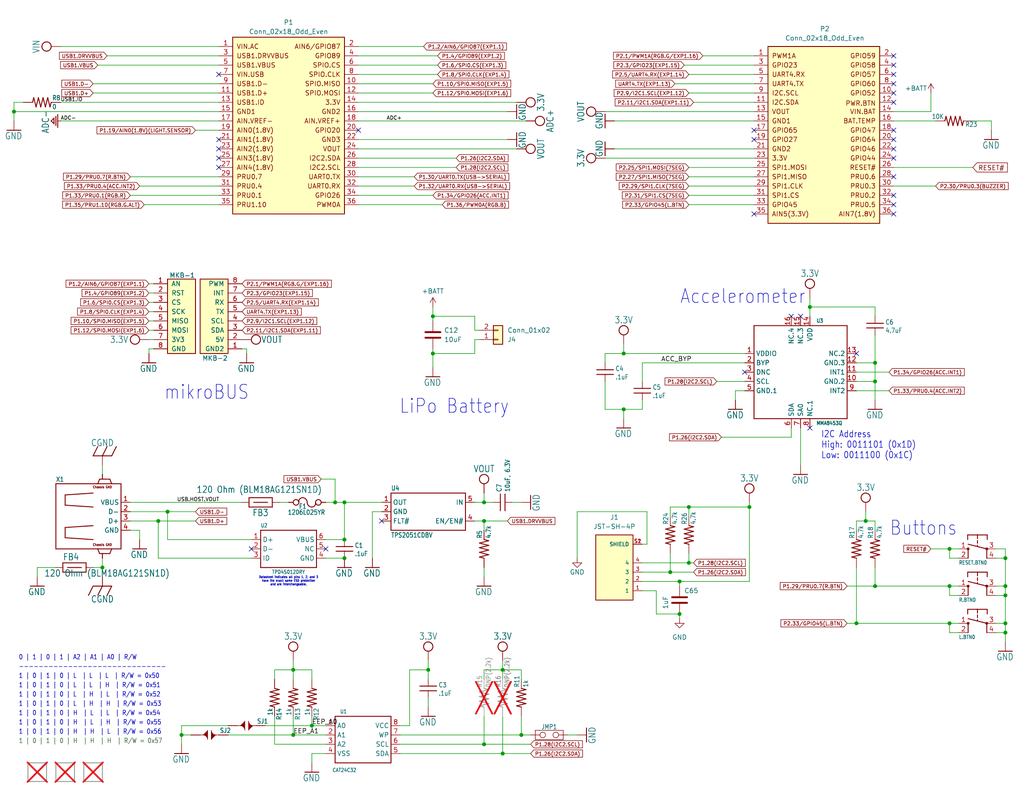
<source format=kicad_sch>
(kicad_sch (version 20250114) (generator "eeschema") (generator_version "9.0")
  (paper "A")
  (title_block (title "PocketBeagle TechLab") (rev "A5") (company "BeagleBoard.org Foundation"))
  (text "Accelerometer" (at 202.692 83.312 0) (effects (font (size 3.81 3.2385)) (justify bottom)))
  (text "Buttons" (at 251.968 146.558 0) (effects (font (size 3.81 3.2385)) (justify bottom)))
  (text "1 | 0 | 1 | 0 | H  | L  | L  | R/W = 0x54" (at 5.08 195.58 0) (effects (font (size 1.27 1.0795)) (justify left bottom)))
  (text "1 | 0 | 1 | 0 | L  | H  | H  | R/W = 0x53" (at 5.08 193.04 0) (effects (font (size 1.27 1.0795)) (justify left bottom)))
  (text "1 | 0 | 1 | 0 | H  | H  | H  | R/W = 0x57" (at 5.08 203.2 0) (effects (font (size 1.27 1.0795)) (justify left bottom)))
  (text "LiPo Battery" (at 123.952 113.284 0) (effects (font (size 3.81 3.2385)) (justify bottom)))
  (text "I2C Address\nHigh: 0011101 (0x1D)\nLow: 0011100 (0x1C)" (at 224.028 125.476 0) (effects (font (size 1.778 1.5113)) (justify left bottom)))
  (text "mikroBUS" (at 56.388 109.474 0) (effects (font (size 3.81 3.2385)) (justify bottom)))
  (text "1 | 0 | 1 | 0 | H  | H  | L  | R/W = 0x56" (at 5.08 200.66 0) (effects (font (size 1.27 1.0795)) (justify left bottom)))
  (text "1 | 0 | 1 | 0 | H  | L  | H  | R/W = 0x55" (at 5.08 198.12 0) (effects (font (size 1.27 1.0795)) (justify left bottom)))
  (text "0 | 1 | 0 | 1 | A2 | A1 | A0 | R/W" (at 5.08 180.34 0) (effects (font (size 1.27 1.0795)) (justify left bottom)))
  (text "1 | 0 | 1 | 0 | L  | L  | L  | R/W = 0x50" (at 5.08 185.42 0) (effects (font (size 1.27 1.0795)) (justify left bottom)))
  (text "1 | 0 | 1 | 0 | L  | L  | H  | R/W = 0x51" (at 5.08 187.96 0) (effects (font (size 1.27 1.0795)) (justify left bottom)))
  (text "1 | 0 | 1 | 0 | L  | H  | L  | R/W = 0x52" (at 5.08 190.5 0) (effects (font (size 1.27 1.0795)) (justify left bottom)))
  (text "Datasheet indicates all pins 1, 2, and 3\nhave the exact same ESD protection\nand are interchangeable." (at 78.74 158.75 0) (effects (font (size 0.6096 0.5181))))
  (text "------------------------------" (at 5.08 182.88 0) (effects (font (size 1.27 1.0795)) (justify left bottom)))
  (junction (at 238.76 104.14))
  (junction (at 27.94 154.94))
  (junction (at 182.88 156.21))
  (junction (at 132.08 142.24))
  (junction (at 43.18 142.24))
  (junction (at 80.01 182.88))
  (junction (at 238.76 99.06))
  (junction (at 80.01 200.66))
  (junction (at 274.32 170.18))
  (junction (at 93.98 137.16))
  (junction (at 259.08 160.02))
  (junction (at 236.22 142.24))
  (junction (at 233.68 170.18))
  (junction (at 3.81 30.48))
  (junction (at 274.32 160.02))
  (junction (at 142.24 200.66))
  (junction (at 274.32 152.4))
  (junction (at 274.32 172.72))
  (junction (at 118.11 96.52))
  (junction (at 137.16 205.74))
  (junction (at 170.18 111.76))
  (junction (at 137.16 182.88))
  (junction (at 220.98 83.82))
  (junction (at 204.47 138.43))
  (junction (at 132.08 203.2))
  (junction (at 91.44 137.16))
  (junction (at 93.98 147.32))
  (junction (at 185.42 158.75))
  (junction (at 116.84 182.88))
  (junction (at 185.42 167.64))
  (junction (at 118.11 86.36))
  (junction (at 187.96 138.43))
  (junction (at 49.53 200.66))
  (junction (at 170.18 96.52))
  (junction (at 259.08 170.18))
  (junction (at 259.08 149.86))
  (junction (at 85.09 198.12))
  (junction (at 93.98 152.4))
  (junction (at 45.72 139.7))
  (junction (at 187.96 153.67))
  (junction (at 238.76 160.02))
  (junction (at 274.32 162.56))
  (junction (at 132.08 137.16))
  (no_connect (at 243.84 40.64))
  (no_connect (at 59.69 43.18))
  (no_connect (at 243.84 25.4))
  (no_connect (at 205.74 58.42))
  (no_connect (at 243.84 55.88))
  (no_connect (at 59.69 45.72))
  (no_connect (at 243.84 48.26))
  (no_connect (at 203.2 101.6))
  (no_connect (at 88.9 149.86))
  (no_connect (at 243.84 15.24))
  (no_connect (at 104.14 142.24))
  (no_connect (at 243.84 43.18))
  (no_connect (at 243.84 22.86))
  (no_connect (at 243.84 58.42))
  (no_connect (at 205.74 38.1))
  (no_connect (at 59.69 40.64))
  (no_connect (at 243.84 53.34))
  (no_connect (at 59.69 20.32))
  (no_connect (at 243.84 20.32))
  (no_connect (at 233.68 96.52))
  (no_connect (at 68.58 149.86))
  (no_connect (at 220.98 116.84))
  (no_connect (at 243.84 17.78))
  (no_connect (at 205.74 35.56))
  (no_connect (at 97.79 35.56))
  (no_connect (at 59.69 38.1))
  (no_connect (at 243.84 27.94))
  (no_connect (at 243.84 38.1))
  (no_connect (at 215.9 86.36))
  (no_connect (at 243.84 35.56))
  (no_connect (at 218.44 86.36))
  (wire (pts (xy 185.42 160.02) (xy 185.42 158.75)))
  (wire (pts (xy 203.2 96.52) (xy 170.18 96.52)) (stroke (width 0.1524)))
  (wire (pts (xy 132.08 142.24) (xy 129.54 142.24)) (stroke (width 0.1524)))
  (wire (pts (xy 25.4 154.94) (xy 27.94 154.94)) (stroke (width 0.1524)))
  (wire (pts (xy 179.07 167.64) (xy 179.07 161.29)))
  (wire (pts (xy 231.14 160.02) (xy 238.76 160.02)) (stroke (width 0.1524)))
  (wire (pts (xy 274.32 170.18) (xy 274.32 172.72)) (stroke (width 0.1524)))
  (wire (pts (xy 16.51 33.02) (xy 59.69 33.02)) (stroke (width 0.1524)))
  (wire (pts (xy 27.94 157.48) (xy 27.94 154.94)) (stroke (width 0.1524)))
  (wire (pts (xy 233.68 142.24) (xy 236.22 142.24)) (stroke (width 0.1524)))
  (wire (pts (xy 205.74 55.88) (xy 187.96 55.88)) (stroke (width 0.1524)))
  (wire (pts (xy 129.54 92.71) (xy 130.81 92.71)))
  (wire (pts (xy 238.76 160.02) (xy 259.08 160.02)) (stroke (width 0.1524)))
  (wire (pts (xy 205.74 53.34) (xy 187.96 53.34)) (stroke (width 0.1524)))
  (wire (pts (xy 132.08 182.88) (xy 137.16 182.88)) (stroke (width 0.1524)))
  (wire (pts (xy 203.2 106.68) (xy 200.66 106.68)) (stroke (width 0.1524)))
  (wire (pts (xy 38.1 144.78) (xy 35.56 144.78)) (stroke (width 0.1524)))
  (wire (pts (xy 85.09 198.12) (xy 72.39 198.12)) (stroke (width 0.1524)))
  (wire (pts (xy 97.79 33.02) (xy 143.51 33.02)) (stroke (width 0.1524)))
  (wire (pts (xy 167.64 40.64) (xy 205.74 40.64)) (stroke (width 0.1524)))
  (wire (pts (xy 238.76 83.82) (xy 238.76 86.36)) (stroke (width 0.1524)))
  (wire (pts (xy 118.11 100.33) (xy 118.11 96.52)))
  (wire (pts (xy 118.11 96.52) (xy 129.54 96.52)))
  (wire (pts (xy 200.66 106.68) (xy 200.66 109.22)) (stroke (width 0.1524)))
  (wire (pts (xy 27.94 154.94) (xy 27.94 152.4)) (stroke (width 0.1524)))
  (wire (pts (xy 233.68 144.78) (xy 233.68 142.24)) (stroke (width 0.1524)))
  (wire (pts (xy 142.24 182.88) (xy 137.16 182.88)) (stroke (width 0.1524)))
  (wire (pts (xy 218.44 127) (xy 218.44 116.84)) (stroke (width 0.1524)))
  (wire (pts (xy 91.44 130.81) (xy 91.44 137.16)) (stroke (width 0.1524)))
  (wire (pts (xy 233.68 104.14) (xy 238.76 104.14)) (stroke (width 0.1524)))
  (wire (pts (xy 49.53 198.12) (xy 49.53 200.66)) (stroke (width 0.1524)))
  (wire (pts (xy 182.88 151.13) (xy 182.88 156.21)))
  (wire (pts (xy 40.64 77.47) (xy 41.91 77.47)))
  (wire (pts (xy 116.84 185.42) (xy 116.84 182.88)) (stroke (width 0.1524)))
  (wire (pts (xy 111.76 198.12) (xy 111.76 182.88)) (stroke (width 0.1524)))
  (wire (pts (xy 132.08 195.58) (xy 132.08 203.2)) (stroke (width 0.1524)))
  (wire (pts (xy 109.22 203.2) (xy 132.08 203.2)) (stroke (width 0.1524)))
  (wire (pts (xy 170.18 114.3) (xy 170.18 111.76)) (stroke (width 0.1524)))
  (wire (pts (xy 111.76 182.88) (xy 116.84 182.88)) (stroke (width 0.1524)))
  (wire (pts (xy 26.67 17.78) (xy 59.69 17.78)) (stroke (width 0.1524)))
  (wire (pts (xy 40.64 82.55) (xy 41.91 82.55)))
  (wire (pts (xy 49.53 200.66) (xy 49.53 203.2)) (stroke (width 0.1524)))
  (wire (pts (xy 157.48 139.7) (xy 176.53 139.7)))
  (wire (pts (xy 271.78 170.18) (xy 274.32 170.18)) (stroke (width 0.1524)))
  (wire (pts (xy 270.51 33.02) (xy 265.43 33.02)))
  (wire (pts (xy 3.81 30.48) (xy 59.69 30.48)) (stroke (width 0.1524)))
  (wire (pts (xy 142.24 185.42) (xy 142.24 182.88)) (stroke (width 0.1524)))
  (wire (pts (xy 97.79 43.18) (xy 124.46 43.18)) (stroke (width 0.1524)))
  (wire (pts (xy 132.08 137.16) (xy 134.62 137.16)) (stroke (width 0.1524)))
  (wire (pts (xy 40.64 95.25) (xy 41.91 95.25)))
  (wire (pts (xy 10.16 157.48) (xy 10.16 154.94)) (stroke (width 0.1524)))
  (wire (pts (xy 204.47 138.43) (xy 204.47 158.75)))
  (wire (pts (xy 3.81 33.02) (xy 3.81 30.48)) (stroke (width 0.1524)))
  (wire (pts (xy 144.78 203.2) (xy 132.08 203.2)) (stroke (width 0.1524)))
  (wire (pts (xy 259.08 152.4) (xy 259.08 149.86)) (stroke (width 0.1524)))
  (wire (pts (xy 25.4 22.86) (xy 59.69 22.86)) (stroke (width 0.1524)))
  (wire (pts (xy 109.22 198.12) (xy 111.76 198.12)) (stroke (width 0.1524)))
  (wire (pts (xy 67.31 95.25) (xy 66.04 95.25)))
  (wire (pts (xy 130.81 90.17) (xy 129.54 90.17)))
  (wire (pts (xy 142.24 200.66) (xy 144.78 200.66)) (stroke (width 0.1524)))
  (wire (pts (xy 203.2 99.06) (xy 175.26 99.06)) (stroke (width 0.1524)))
  (wire (pts (xy 205.74 20.32) (xy 187.96 20.32)) (stroke (width 0.1524)))
  (wire (pts (xy 182.88 156.21) (xy 189.23 156.21)))
  (wire (pts (xy 97.79 50.8) (xy 113.03 50.8)) (stroke (width 0.1524)))
  (wire (pts (xy 205.74 27.94) (xy 189.23 27.94)) (stroke (width 0.1524)))
  (wire (pts (xy 85.09 198.12) (xy 88.9 198.12)) (stroke (width 0.1524)))
  (wire (pts (xy 185.42 168.91) (xy 185.42 167.64)))
  (wire (pts (xy 175.26 111.76) (xy 170.18 111.76)) (stroke (width 0.1524)))
  (wire (pts (xy 129.54 92.71) (xy 129.54 96.52)))
  (wire (pts (xy 175.26 109.22) (xy 175.26 111.76)) (stroke (width 0.1524)))
  (wire (pts (xy 233.68 170.18) (xy 233.68 154.94)) (stroke (width 0.1524)))
  (wire (pts (xy 109.22 200.66) (xy 142.24 200.66)) (stroke (width 0.1524)))
  (wire (pts (xy 101.6 152.4) (xy 101.6 139.7)) (stroke (width 0.1524)))
  (wire (pts (xy 238.76 104.14) (xy 238.76 99.06)) (stroke (width 0.1524)))
  (wire (pts (xy 40.64 90.17) (xy 41.91 90.17)))
  (wire (pts (xy 118.11 96.52) (xy 118.11 95.25)))
  (wire (pts (xy 233.68 106.68) (xy 242.57 106.68)) (stroke (width 0.1524)))
  (wire (pts (xy 40.64 80.01) (xy 41.91 80.01)))
  (wire (pts (xy 29.21 15.24) (xy 59.69 15.24)) (stroke (width 0.1524)))
  (wire (pts (xy 35.56 48.26) (xy 59.69 48.26)) (stroke (width 0.1524)))
  (wire (pts (xy 204.47 137.16) (xy 204.47 138.43)))
  (wire (pts (xy 80.01 185.42) (xy 80.01 182.88)) (stroke (width 0.1524)))
  (wire (pts (xy 176.53 148.59) (xy 175.26 148.59)))
  (wire (pts (xy 101.6 139.7) (xy 104.14 139.7)) (stroke (width 0.1524)))
  (wire (pts (xy 205.74 48.26) (xy 187.96 48.26)) (stroke (width 0.1524)))
  (wire (pts (xy 243.84 45.72) (xy 265.43 45.72)) (stroke (width 0.1524)))
  (wire (pts (xy 175.26 99.06) (xy 175.26 104.14)) (stroke (width 0.1524)))
  (wire (pts (xy 39.37 55.88) (xy 59.69 55.88)) (stroke (width 0.1524)))
  (wire (pts (xy 132.08 137.16) (xy 129.54 137.16)) (stroke (width 0.1524)))
  (wire (pts (xy 116.84 193.04) (xy 116.84 190.5)) (stroke (width 0.1524)))
  (wire (pts (xy 261.62 172.72) (xy 259.08 172.72)) (stroke (width 0.1524)))
  (wire (pts (xy 271.78 160.02) (xy 274.32 160.02)) (stroke (width 0.1524)))
  (wire (pts (xy 10.16 154.94) (xy 15.24 154.94)) (stroke (width 0.1524)))
  (wire (pts (xy 38.1 147.32) (xy 38.1 144.78)) (stroke (width 0.1524)))
  (wire (pts (xy 137.16 195.58) (xy 137.16 205.74)) (stroke (width 0.1524)))
  (wire (pts (xy 116.84 182.88) (xy 116.84 180.34)) (stroke (width 0.1524)))
  (wire (pts (xy 97.79 20.32) (xy 119.38 20.32)) (stroke (width 0.1524)))
  (wire (pts (xy 132.08 157.48) (xy 132.08 154.94)) (stroke (width 0.1524)))
  (wire (pts (xy 233.68 170.18) (xy 259.08 170.18)) (stroke (width 0.1524)))
  (wire (pts (xy 167.64 33.02) (xy 205.74 33.02)) (stroke (width 0.1524)))
  (wire (pts (xy 74.93 182.88) (xy 80.01 182.88)) (stroke (width 0.1524)))
  (wire (pts (xy 53.34 35.56) (xy 59.69 35.56)) (stroke (width 0.1524)))
  (wire (pts (xy 97.79 12.7) (xy 115.57 12.7)) (stroke (width 0.1524)))
  (wire (pts (xy 132.08 142.24) (xy 138.43 142.24)) (stroke (width 0.1524)))
  (wire (pts (xy 97.79 17.78) (xy 119.38 17.78)) (stroke (width 0.1524)))
  (wire (pts (xy 132.08 144.78) (xy 132.08 142.24)) (stroke (width 0.1524)))
  (wire (pts (xy 140.97 40.64) (xy 97.79 40.64)) (stroke (width 0.1524)))
  (wire (pts (xy 182.88 140.97) (xy 182.88 138.43)))
  (wire (pts (xy 205.74 25.4) (xy 187.96 25.4)) (stroke (width 0.1524)))
  (wire (pts (xy 80.01 182.88) (xy 85.09 182.88)) (stroke (width 0.1524)))
  (wire (pts (xy 182.88 138.43) (xy 187.96 138.43)))
  (wire (pts (xy 45.72 139.7) (xy 53.34 139.7)) (stroke (width 0.1524)))
  (wire (pts (xy 271.78 152.4) (xy 274.32 152.4)) (stroke (width 0.1524)))
  (wire (pts (xy 215.9 116.84) (xy 215.9 119.38)) (stroke (width 0.1524)))
  (wire (pts (xy 38.1 50.8) (xy 59.69 50.8)) (stroke (width 0.1524)))
  (wire (pts (xy 220.98 83.82) (xy 238.76 83.82)) (stroke (width 0.1524)))
  (wire (pts (xy 274.32 149.86) (xy 274.32 152.4)) (stroke (width 0.1524)))
  (wire (pts (xy 238.76 104.14) (xy 238.76 109.22)) (stroke (width 0.1524)))
  (wire (pts (xy 137.16 182.88) (xy 137.16 180.34)) (stroke (width 0.1524)))
  (wire (pts (xy 271.78 149.86) (xy 274.32 149.86)) (stroke (width 0.1524)))
  (wire (pts (xy 187.96 151.13) (xy 187.96 153.67)))
  (wire (pts (xy 157.48 152.4) (xy 157.48 139.7)))
  (wire (pts (xy 179.07 167.64) (xy 185.42 167.64)))
  (wire (pts (xy 254 30.48) (xy 243.84 30.48)))
  (wire (pts (xy 74.93 203.2) (xy 88.9 203.2)) (stroke (width 0.1524)))
  (wire (pts (xy 80.01 200.66) (xy 88.9 200.66)) (stroke (width 0.1524)))
  (wire (pts (xy 238.76 144.78) (xy 238.76 142.24)) (stroke (width 0.1524)))
  (wire (pts (xy 254 149.86) (xy 259.08 149.86)) (stroke (width 0.1524)))
  (wire (pts (xy 170.18 96.52) (xy 170.18 93.98)) (stroke (width 0.1524)))
  (wire (pts (xy 254 25.4) (xy 254 30.48)))
  (wire (pts (xy 170.18 111.76) (xy 165.1 111.76)) (stroke (width 0.1524)))
  (wire (pts (xy 204.47 158.75) (xy 185.42 158.75)))
  (wire (pts (xy 259.08 172.72) (xy 259.08 170.18)) (stroke (width 0.1524)))
  (wire (pts (xy 196.85 119.38) (xy 215.9 119.38)) (stroke (width 0.1524)))
  (wire (pts (xy 40.64 92.71) (xy 41.91 92.71)))
  (wire (pts (xy 93.98 137.16) (xy 91.44 137.16)) (stroke (width 0.1524)))
  (wire (pts (xy 271.78 172.72) (xy 274.32 172.72)) (stroke (width 0.1524)))
  (wire (pts (xy 97.79 22.86) (xy 118.11 22.86)) (stroke (width 0.1524)))
  (wire (pts (xy 255.27 33.02) (xy 243.84 33.02)))
  (wire (pts (xy 97.79 55.88) (xy 120.65 55.88)) (stroke (width 0.1524)))
  (wire (pts (xy 154.94 200.66) (xy 157.48 200.66)) (stroke (width 0.1524)))
  (wire (pts (xy 195.58 104.14) (xy 203.2 104.14)) (stroke (width 0.1524)))
  (wire (pts (xy 118.11 83.82) (xy 118.11 86.36)))
  (wire (pts (xy 27.94 129.54) (xy 27.94 127)) (stroke (width 0.1524)))
  (wire (pts (xy 118.11 86.36) (xy 129.54 86.36)))
  (wire (pts (xy 85.09 205.74) (xy 88.9 205.74)) (stroke (width 0.1524)))
  (wire (pts (xy 233.68 101.6) (xy 242.57 101.6)) (stroke (width 0.1524)))
  (wire (pts (xy 205.74 22.86) (xy 184.15 22.86)) (stroke (width 0.1524)))
  (wire (pts (xy 85.09 198.12) (xy 85.09 195.58)) (stroke (width 0.1524)))
  (wire (pts (xy 140.97 27.94) (xy 97.79 27.94)) (stroke (width 0.1524)))
  (wire (pts (xy 91.44 137.16) (xy 88.9 137.16)) (stroke (width 0.1524)))
  (wire (pts (xy 261.62 170.18) (xy 259.08 170.18)) (stroke (width 0.1524)))
  (wire (pts (xy 85.09 205.74) (xy 85.09 208.28)) (stroke (width 0.1524)))
  (wire (pts (xy 62.23 198.12) (xy 49.53 198.12)) (stroke (width 0.1524)))
  (wire (pts (xy 76.2 137.16) (xy 78.74 137.16)) (stroke (width 0.1524)))
  (wire (pts (xy 142.24 200.66) (xy 142.24 195.58)) (stroke (width 0.1524)))
  (wire (pts (xy 97.79 45.72) (xy 124.46 45.72)) (stroke (width 0.1524)))
  (wire (pts (xy 175.26 156.21) (xy 182.88 156.21)))
  (wire (pts (xy 220.98 83.82) (xy 220.98 81.28)) (stroke (width 0.1524)))
  (wire (pts (xy 189.23 153.67) (xy 187.96 153.67)))
  (wire (pts (xy 35.56 137.16) (xy 66.04 137.16)) (stroke (width 0.1524)))
  (wire (pts (xy 97.79 53.34) (xy 118.11 53.34)) (stroke (width 0.1524)))
  (wire (pts (xy 40.64 85.09) (xy 41.91 85.09)))
  (wire (pts (xy 165.1 111.76) (xy 165.1 104.14)) (stroke (width 0.1524)))
  (wire (pts (xy 176.53 139.7) (xy 176.53 148.59)))
  (wire (pts (xy 205.74 45.72) (xy 187.96 45.72)) (stroke (width 0.1524)))
  (wire (pts (xy 274.32 160.02) (xy 274.32 162.56)) (stroke (width 0.1524)))
  (wire (pts (xy 238.76 160.02) (xy 238.76 154.94)) (stroke (width 0.1524)))
  (wire (pts (xy 274.32 152.4) (xy 274.32 160.02)) (stroke (width 0.1524)))
  (wire (pts (xy 236.22 142.24) (xy 236.22 139.7)) (stroke (width 0.1524)))
  (wire (pts (xy 259.08 162.56) (xy 259.08 160.02)) (stroke (width 0.1524)))
  (wire (pts (xy 138.43 30.48) (xy 97.79 30.48)) (stroke (width 0.1524)))
  (wire (pts (xy 43.18 142.24) (xy 35.56 142.24)) (stroke (width 0.1524)))
  (wire (pts (xy 93.98 147.32) (xy 93.98 137.16)) (stroke (width 0.1524)))
  (wire (pts (xy 274.32 172.72) (xy 274.32 175.26)) (stroke (width 0.1524)))
  (wire (pts (xy 80.01 200.66) (xy 80.01 195.58)) (stroke (width 0.1524)))
  (wire (pts (xy 187.96 140.97) (xy 187.96 138.43)))
  (wire (pts (xy 261.62 152.4) (xy 259.08 152.4)) (stroke (width 0.1524)))
  (wire (pts (xy 35.56 53.34) (xy 59.69 53.34)) (stroke (width 0.1524)))
  (wire (pts (xy 185.42 158.75) (xy 175.26 158.75)))
  (wire (pts (xy 270.51 35.56) (xy 270.51 33.02)))
  (wire (pts (xy 80.01 200.66) (xy 62.23 200.66)) (stroke (width 0.1524)))
  (wire (pts (xy 243.84 50.8) (xy 255.27 50.8)) (stroke (width 0.1524)))
  (wire (pts (xy 43.18 152.4) (xy 43.18 142.24)) (stroke (width 0.1524)))
  (wire (pts (xy 25.4 25.4) (xy 59.69 25.4)) (stroke (width 0.1524)))
  (wire (pts (xy 3.81 27.94) (xy 6.35 27.94)) (stroke (width 0.1524)))
  (wire (pts (xy 129.54 86.36) (xy 129.54 90.17)))
  (wire (pts (xy 231.14 170.18) (xy 233.68 170.18)) (stroke (width 0.1524)))
  (wire (pts (xy 142.24 137.16) (xy 139.7 137.16)) (stroke (width 0.1524)))
  (wire (pts (xy 80.01 182.88) (xy 80.01 180.34)) (stroke (width 0.1524)))
  (wire (pts (xy 67.31 96.52) (xy 67.31 95.25)))
  (wire (pts (xy 132.08 185.42) (xy 132.08 182.88)) (stroke (width 0.1524)))
  (wire (pts (xy 238.76 142.24) (xy 236.22 142.24)) (stroke (width 0.1524)))
  (wire (pts (xy 97.79 48.26) (xy 113.03 48.26)) (stroke (width 0.1524)))
  (wire (pts (xy 87.63 130.81) (xy 91.44 130.81)) (stroke (width 0.1524)))
  (wire (pts (xy 40.64 96.52) (xy 40.64 95.25)))
  (wire (pts (xy 97.79 15.24) (xy 119.38 15.24)) (stroke (width 0.1524)))
  (wire (pts (xy 138.43 38.1) (xy 97.79 38.1)) (stroke (width 0.1524)))
  (wire (pts (xy 74.93 185.42) (xy 74.93 182.88)) (stroke (width 0.1524)))
  (wire (pts (xy 45.72 147.32) (xy 68.58 147.32)) (stroke (width 0.1524)))
  (wire (pts (xy 220.98 86.36) (xy 220.98 83.82)) (stroke (width 0.1524)))
  (wire (pts (xy 97.79 25.4) (xy 118.11 25.4)) (stroke (width 0.1524)))
  (wire (pts (xy 261.62 160.02) (xy 259.08 160.02)) (stroke (width 0.1524)))
  (wire (pts (xy 132.08 134.62) (xy 132.08 137.16)) (stroke (width 0.1524)))
  (wire (pts (xy 233.68 99.06) (xy 238.76 99.06)) (stroke (width 0.1524)))
  (wire (pts (xy 43.18 152.4) (xy 68.58 152.4)) (stroke (width 0.1524)))
  (wire (pts (xy 40.64 87.63) (xy 41.91 87.63)))
  (wire (pts (xy 165.1 30.48) (xy 205.74 30.48)) (stroke (width 0.1524)))
  (wire (pts (xy 45.72 147.32) (xy 45.72 139.7)) (stroke (width 0.1524)))
  (wire (pts (xy 261.62 162.56) (xy 259.08 162.56)) (stroke (width 0.1524)))
  (wire (pts (xy 274.32 162.56) (xy 274.32 170.18)) (stroke (width 0.1524)))
  (wire (pts (xy 59.69 12.7) (xy 16.51 12.7)) (stroke (width 0.1524)))
  (wire (pts (xy 43.18 142.24) (xy 53.34 142.24)) (stroke (width 0.1524)))
  (wire (pts (xy 45.72 139.7) (xy 35.56 139.7)) (stroke (width 0.1524)))
  (wire (pts (xy 238.76 99.06) (xy 238.76 91.44)) (stroke (width 0.1524)))
  (wire (pts (xy 109.22 205.74) (xy 137.16 205.74)) (stroke (width 0.1524)))
  (wire (pts (xy 205.74 17.78) (xy 186.69 17.78)) (stroke (width 0.1524)))
  (wire (pts (xy 170.18 96.52) (xy 165.1 96.52)) (stroke (width 0.1524)))
  (wire (pts (xy 85.09 182.88) (xy 85.09 185.42)) (stroke (width 0.1524)))
  (wire (pts (xy 3.81 30.48) (xy 3.81 27.94)) (stroke (width 0.1524)))
  (wire (pts (xy 16.51 27.94) (xy 59.69 27.94)) (stroke (width 0.1524)))
  (wire (pts (xy 259.08 149.86) (xy 261.62 149.86)) (stroke (width 0.1524)))
  (wire (pts (xy 175.26 153.67) (xy 187.96 153.67)))
  (wire (pts (xy 271.78 162.56) (xy 274.32 162.56)) (stroke (width 0.1524)))
  (wire (pts (xy 118.11 86.36) (xy 118.11 87.63)))
  (wire (pts (xy 137.16 205.74) (xy 144.78 205.74)) (stroke (width 0.1524)))
  (wire (pts (xy 88.9 147.32) (xy 93.98 147.32)) (stroke (width 0.1524)))
  (wire (pts (xy 191.77 15.24) (xy 205.74 15.24)) (stroke (width 0.1524)))
  (wire (pts (xy 179.07 161.29) (xy 175.26 161.29)))
  (wire (pts (xy 187.96 138.43) (xy 204.47 138.43)))
  (wire (pts (xy 205.74 50.8) (xy 187.96 50.8)) (stroke (width 0.1524)))
  (wire (pts (xy 88.9 152.4) (xy 93.98 152.4)) (stroke (width 0.1524)))
  (wire (pts (xy 165.1 96.52) (xy 165.1 99.06)) (stroke (width 0.1524)))
  (wire (pts (xy 74.93 203.2) (xy 74.93 195.58)) (stroke (width 0.1524)))
  (wire (pts (xy 165.1 43.18) (xy 205.74 43.18)) (stroke (width 0.1524)))
  (wire (pts (xy 93.98 137.16) (xy 104.14 137.16)) (stroke (width 0.1524)))
  (wire (pts (xy 137.16 185.42) (xy 137.16 182.88)) (stroke (width 0.1524)))
  (wire (pts (xy 52.07 200.66) (xy 49.53 200.66)) (stroke (width 0.1524)))
  (label "ACC_BYP" (at 180.34 99.06 0))
  (label "USB.HOST.VOUT" (at 48.26 137.16 0) (effects (font (size 0.9957 0.9957))))
  (label "ADC-" (at 16.51 33.02 0) (effects (font (size 0.9957 0.9957))))
  (label "ADC+" (at 105.41 33.02 0) (effects (font (size 0.9957 0.9957))))
  (label "EEP_A1" (at 80.01 200.66 0))
  (label "USB1.ID" (at 16.51 27.94 0) (effects (font (size 0.9957 0.9957))))
  (label "EEP_A0" (at 85.09 198.12 0))
  (global_label "P1.34{slash}GPIO26(ACC.INT1)" (shape input) (at 118.11 53.34 0) (effects (font (size 0.9957 0.9957))) (property "Intersheetrefs" "${INTERSHEET_REFS}" (at 139.0842 53.34 0) (effects (justify left))))
  (global_label "P2.3{slash}GPIO23(EXP1.15)" (shape input) (at 66.04 80.01 0) (effects (font (size 0.9957 0.9957))) (property "Intersheetrefs" "${INTERSHEET_REFS}" (at 85.6867 80.01 0) (effects (justify left))))
  (global_label "RESET#" (shape input) (at 265.43 45.72 0) (property "Intersheetrefs" "${INTERSHEET_REFS}" (at 275.4303 45.72 0) (effects (justify left))))
  (global_label "P1.10{slash}SPI0.MISO(EXP1.5)" (shape input) (at 40.64 87.63 180) (effects (font (size 0.9957 0.9957))) (property "Intersheetrefs" "${INTERSHEET_REFS}" (at 14.7347 87.63 0) (effects (justify right))))
  (global_label "P2.9{slash}I2C1.SCL(EXP1.12)" (shape input) (at 187.96 25.4 180) (effects (font (size 0.9957 0.9957))) (property "Intersheetrefs" "${INTERSHEET_REFS}" (at 162.9081 25.4 0) (effects (justify right))))
  (global_label "P1.6{slash}SPI0.CS(EXP1.3)" (shape input) (at 119.38 17.78 0) (effects (font (size 0.9957 0.9957))) (property "Intersheetrefs" "${INTERSHEET_REFS}" (at 138.4577 17.78 0) (effects (justify left))))
  (global_label "USB1.D-" (shape input) (at 25.4 22.86 180) (effects (font (size 0.9957 0.9957))) (property "Intersheetrefs" "${INTERSHEET_REFS}" (at 16.4215 22.86 0) (effects (justify right))))
  (global_label "P1.32{slash}UART0.RX(USB->SERIAL)" (shape input) (at 113.03 50.8 0) (effects (font (size 0.9957 0.9957))) (property "Intersheetrefs" "${INTERSHEET_REFS}" (at 139.5044 50.8 0) (effects (justify left))))
  (global_label "P1.28(I2C2.SCL)" (shape input) (at 144.78 203.2 0) (effects (font (size 0.9957 0.9957))) (property "Intersheetrefs" "${INTERSHEET_REFS}" (at 159.3533 203.2 0) (effects (justify left))))
  (global_label "USB1.VBUS" (shape input) (at 87.63 130.81 180) (effects (font (size 0.9957 0.9957))) (property "Intersheetrefs" "${INTERSHEET_REFS}" (at 77.0394 130.81 0) (effects (justify right))))
  (global_label "UART4.TX(EXP1.13)" (shape input) (at 66.04 85.09 0) (effects (font (size 0.9957 0.9957))) (property "Intersheetrefs" "${INTERSHEET_REFS}" (at 82.6522 85.09 0) (effects (justify left))))
  (global_label "P1.33{slash}PRU0.4(ACC.INT2)" (shape input) (at 242.57 106.68 0) (effects (font (size 0.9957 0.9957))) (property "Intersheetrefs" "${INTERSHEET_REFS}" (at 263.5442 106.68 0) (effects (justify left))))
  (global_label "P1.8{slash}SPI0.CLK(EXP1.4)" (shape input) (at 40.64 85.09 180) (effects (font (size 0.9957 0.9957))) (property "Intersheetrefs" "${INTERSHEET_REFS}" (at 16.489 85.09 0) (effects (justify right))))
  (global_label "P1.2{slash}AIN6{slash}GPIO87(EXP1.1)" (shape input) (at 40.64 77.47 180) (effects (font (size 0.9957 0.9957))) (property "Intersheetrefs" "${INTERSHEET_REFS}" (at 9.1397 77.47 0) (effects (justify right))))
  (global_label "P1.12{slash}SPI0.MOSI(EXP1.6)" (shape input) (at 40.64 90.17 180) (effects (font (size 0.9957 0.9957))) (property "Intersheetrefs" "${INTERSHEET_REFS}" (at 14.7347 90.17 0) (effects (justify right))))
  (global_label "USB1.D+" (shape input) (at 53.34 142.24 0) (effects (font (size 0.9957 0.9957))) (property "Intersheetrefs" "${INTERSHEET_REFS}" (at 62.3185 142.24 0) (effects (justify left))))
  (global_label "P1.28(I2C2.SCL)" (shape input) (at 124.46 45.72 0) (effects (font (size 0.9957 0.9957))) (property "Intersheetrefs" "${INTERSHEET_REFS}" (at 139.0333 45.72 0) (effects (justify left))))
  (global_label "P1.2{slash}AIN6{slash}GPIO87(EXP1.1)" (shape input) (at 115.57 12.7 0) (effects (font (size 0.9957 0.9957))) (property "Intersheetrefs" "${INTERSHEET_REFS}" (at 138.6305 12.7 0) (effects (justify left))))
  (global_label "P1.26(I2C2.SDA)" (shape input) (at 196.85 119.38 180) (effects (font (size 0.9957 0.9957))) (property "Intersheetrefs" "${INTERSHEET_REFS}" (at 182.2292 119.38 0) (effects (justify right))))
  (global_label "P1.19{slash}AIN0(1.8V)(LIGHT.SENSOR)" (shape input) (at 53.34 35.56 180) (effects (font (size 0.9957 0.9957))) (property "Intersheetrefs" "${INTERSHEET_REFS}" (at 21.7924 35.56 0) (effects (justify right))))
  (global_label "P1.33{slash}PRU0.4(ACC.INT2)" (shape input) (at 38.1 50.8 180) (effects (font (size 0.9957 0.9957))) (property "Intersheetrefs" "${INTERSHEET_REFS}" (at 12.9059 50.8 0) (effects (justify right))))
  (global_label "P2.30{slash}PRU0.3(BUZZER)" (shape input) (at 255.27 50.8 0) (effects (font (size 0.9957 0.9957))) (property "Intersheetrefs" "${INTERSHEET_REFS}" (at 275.5331 50.8 0) (effects (justify left))))
  (global_label "P2.1{slash}PWM1A(RGB.G{slash}EXP1.16)" (shape input) (at 191.77 15.24 180) (effects (font (size 0.9957 0.9957))) (property "Intersheetrefs" "${INTERSHEET_REFS}" (at 158.5154 15.24 0) (effects (justify right))))
  (global_label "P2.29{slash}SPI1.CLK(7SEG)" (shape input) (at 187.96 50.8 180) (effects (font (size 0.9957 0.9957))) (property "Intersheetrefs" "${INTERSHEET_REFS}" (at 164.2831 50.8 0) (effects (justify right))))
  (global_label "P1.29{slash}PRU0.7(R.BTN)" (shape input) (at 231.14 160.02 180) (effects (font (size 0.9957 0.9957))) (property "Intersheetrefs" "${INTERSHEET_REFS}" (at 208.2218 160.02 0) (effects (justify right))))
  (global_label "RESET#" (shape input) (at 254 149.86 180) (effects (font (size 0.9957 0.9957))) (property "Intersheetrefs" "${INTERSHEET_REFS}" (at 246.1594 149.86 0) (effects (justify right))))
  (global_label "P1.26(I2C2.SDA)" (shape input) (at 144.78 205.74 0) (effects (font (size 0.9957 0.9957))) (property "Intersheetrefs" "${INTERSHEET_REFS}" (at 159.4008 205.74 0) (effects (justify left))))
  (global_label "P1.36{slash}PWM0A(RGB.B)" (shape input) (at 120.65 55.88 0) (effects (font (size 0.9957 0.9957))) (property "Intersheetrefs" "${INTERSHEET_REFS}" (at 139.2061 55.88 0) (effects (justify left))))
  (global_label "P1.28(I2C2.SCL)" (shape input) (at 195.58 104.14 180) (effects (font (size 0.9957 0.9957))) (property "Intersheetrefs" "${INTERSHEET_REFS}" (at 181.0067 104.14 0) (effects (justify right))))
  (global_label "USB1.D-" (shape input) (at 53.34 139.7 0) (effects (font (size 0.9957 0.9957))) (property "Intersheetrefs" "${INTERSHEET_REFS}" (at 62.3185 139.7 0) (effects (justify left))))
  (global_label "P2.3{slash}GPIO23(EXP1.15)" (shape input) (at 186.69 17.78 180) (effects (font (size 0.9957 0.9957))) (property "Intersheetrefs" "${INTERSHEET_REFS}" (at 162.8234 17.78 0) (effects (justify right))))
  (global_label "P1.8{slash}SPI0.CLK(EXP1.4)" (shape input) (at 119.38 20.32 0) (effects (font (size 0.9957 0.9957))) (property "Intersheetrefs" "${INTERSHEET_REFS}" (at 139.3111 20.32 0) (effects (justify left))))
  (global_label "P2.33{slash}GPIO45(L.BTN)" (shape input) (at 187.96 55.88 180) (effects (font (size 0.9957 0.9957))) (property "Intersheetrefs" "${INTERSHEET_REFS}" (at 165.2315 55.88 0) (effects (justify right))))
  (global_label "P1.26(I2C2.SDA)" (shape input) (at 189.23 156.21 0) (effects (font (size 0.9957 0.9957))) (property "Intersheetrefs" "${INTERSHEET_REFS}" (at 203.8508 156.21 0) (effects (justify left))))
  (global_label "P2.5{slash}UART4.RX(EXP1.14)" (shape input) (at 66.04 82.55 0) (effects (font (size 0.9957 0.9957))) (property "Intersheetrefs" "${INTERSHEET_REFS}" (at 87.2988 82.55 0) (effects (justify left))))
  (global_label "P2.31{slash}SPI1.CS(7SEG)" (shape input) (at 187.96 53.34 180) (effects (font (size 0.9957 0.9957))) (property "Intersheetrefs" "${INTERSHEET_REFS}" (at 165.1365 53.34 0) (effects (justify right))))
  (global_label "P2.11{slash}I2C1.SDA(EXP1.11)" (shape input) (at 189.23 27.94 180) (effects (font (size 0.9957 0.9957))) (property "Intersheetrefs" "${INTERSHEET_REFS}" (at 163.1823 27.94 0) (effects (justify right))))
  (global_label "P1.30{slash}UART0.TX(USB->SERIAL)" (shape input) (at 113.03 48.26 0) (effects (font (size 0.9957 0.9957))) (property "Intersheetrefs" "${INTERSHEET_REFS}" (at 139.2673 48.26 0) (effects (justify left))))
  (global_label "USB1.DRVVBUS" (shape input) (at 29.21 15.24 180) (effects (font (size 0.9957 0.9957))) (property "Intersheetrefs" "${INTERSHEET_REFS}" (at 15.7745 15.24 0) (effects (justify right))))
  (global_label "P1.4{slash}GPIO89(EXP1.2)" (shape input) (at 40.64 80.01 180) (effects (font (size 0.9957 0.9957))) (property "Intersheetrefs" "${INTERSHEET_REFS}" (at 17.7217 80.01 0) (effects (justify right))))
  (global_label "USB1.VBUS" (shape input) (at 26.67 17.78 180) (effects (font (size 0.9957 0.9957))) (property "Intersheetrefs" "${INTERSHEET_REFS}" (at 16.0794 17.78 0) (effects (justify right))))
  (global_label "P1.28(I2C2.SCL)" (shape input) (at 189.23 153.67 0) (effects (font (size 0.9957 0.9957))) (property "Intersheetrefs" "${INTERSHEET_REFS}" (at 203.8033 153.67 0) (effects (justify left))))
  (global_label "P2.5{slash}UART4.RX(EXP1.14)" (shape input) (at 187.96 20.32 180) (effects (font (size 0.9957 0.9957))) (property "Intersheetrefs" "${INTERSHEET_REFS}" (at 162.4813 20.32 0) (effects (justify right))))
  (global_label "P1.26(I2C2.SDA)" (shape input) (at 124.46 43.18 0) (effects (font (size 0.9957 0.9957))) (property "Intersheetrefs" "${INTERSHEET_REFS}" (at 139.0808 43.18 0) (effects (justify left))))
  (global_label "P2.1{slash}PWM1A(RGB.G{slash}EXP1.16)" (shape input) (at 66.04 77.47 0) (effects (font (size 0.9957 0.9957))) (property "Intersheetrefs" "${INTERSHEET_REFS}" (at 90.8548 77.47 0) (effects (justify left))))
  (global_label "P1.12{slash}SPI0.MOSI(EXP1.6)" (shape input) (at 118.11 25.4 0) (effects (font (size 0.9957 0.9957))) (property "Intersheetrefs" "${INTERSHEET_REFS}" (at 139.7954 25.4 0) (effects (justify left))))
  (global_label "P2.27{slash}SPI1.MISO(7SEG)" (shape input) (at 187.96 48.26 180) (effects (font (size 0.9957 0.9957))) (property "Intersheetrefs" "${INTERSHEET_REFS}" (at 163.4771 48.26 0) (effects (justify right))))
  (global_label "P2.11{slash}I2C1.SDA(EXP1.11)" (shape input) (at 66.04 90.17 0) (effects (font (size 0.9957 0.9957))) (property "Intersheetrefs" "${INTERSHEET_REFS}" (at 87.8678 90.17 0) (effects (justify left))))
  (global_label "P1.34{slash}GPIO26(ACC.INT1)" (shape input) (at 242.57 101.6 0) (effects (font (size 0.9957 0.9957))) (property "Intersheetrefs" "${INTERSHEET_REFS}" (at 263.5442 101.6 0) (effects (justify left))))
  (global_label "P2.9{slash}I2C1.SCL(EXP1.12)" (shape input) (at 66.04 87.63 0) (effects (font (size 0.9957 0.9957))) (property "Intersheetrefs" "${INTERSHEET_REFS}" (at 86.872 87.63 0) (effects (justify left))))
  (global_label "P1.29{slash}PRU0.7(R.BTN)" (shape input) (at 35.56 48.26 180) (effects (font (size 0.9957 0.9957))) (property "Intersheetrefs" "${INTERSHEET_REFS}" (at 12.6418 48.26 0) (effects (justify right))))
  (global_label "USB1.D+" (shape input) (at 25.4 25.4 180) (effects (font (size 0.9957 0.9957))) (property "Intersheetrefs" "${INTERSHEET_REFS}" (at 16.4215 25.4 0) (effects (justify right))))
  (global_label "P2.33{slash}GPIO45(L.BTN)" (shape input) (at 231.14 170.18 180) (effects (font (size 0.9957 0.9957))) (property "Intersheetrefs" "${INTERSHEET_REFS}" (at 208.4115 170.18 0) (effects (justify right))))
  (global_label "P1.6{slash}SPI0.CS(EXP1.3)" (shape input) (at 40.64 82.55 180) (effects (font (size 0.9957 0.9957))) (property "Intersheetrefs" "${INTERSHEET_REFS}" (at 17.3424 82.55 0) (effects (justify right))))
  (global_label "P2.25{slash}SPI1.MOSI(7SEG)" (shape input) (at 187.96 45.72 180) (effects (font (size 0.9957 0.9957))) (property "Intersheetrefs" "${INTERSHEET_REFS}" (at 163.4771 45.72 0) (effects (justify right))))
  (global_label "P1.4{slash}GPIO89(EXP1.2)" (shape input) (at 119.38 15.24 0) (effects (font (size 0.9957 0.9957))) (property "Intersheetrefs" "${INTERSHEET_REFS}" (at 138.0784 15.24 0) (effects (justify left))))
  (global_label "UART4.TX(EXP1.13)" (shape input) (at 184.15 22.86 180) (effects (font (size 0.9957 0.9957))) (property "Intersheetrefs" "${INTERSHEET_REFS}" (at 167.5378 22.86 0) (effects (justify right))))
  (global_label "P1.33{slash}PRU0.1(RGB.R)" (shape input) (at 35.56 53.34 180) (effects (font (size 0.9957 0.9957))) (property "Intersheetrefs" "${INTERSHEET_REFS}" (at 12.4521 53.34 0) (effects (justify right))))
  (global_label "P1.10{slash}SPI0.MISO(EXP1.5)" (shape input) (at 118.11 22.86 0) (effects (font (size 0.9957 0.9957))) (property "Intersheetrefs" "${INTERSHEET_REFS}" (at 139.7954 22.86 0) (effects (justify left))))
  (global_label "P1.35{slash}PRU1.10(RGB.G.ALT)" (shape input) (at 39.37 55.88 180) (effects (font (size 0.9957 0.9957))) (property "Intersheetrefs" "${INTERSHEET_REFS}" (at 12.4216 55.88 0) (effects (justify right))))
  (global_label "USB1.DRVVBUS" (shape input) (at 138.43 142.24 0) (effects (font (size 0.9957 0.9957))) (property "Intersheetrefs" "${INTERSHEET_REFS}" (at 151.8655 142.24 0) (effects (justify left))))
  (symbol (lib_id "TechLab-eagle-import:ADC+") (at 146.05 33.02 270) (unit 1)
    (property "Reference" "#SUPPLY046" (effects (hide yes)))
    (property "Value" "ADC+" (at 150.114 33.02 0) (effects (font (size 1.778 1.5113))))
  )
  (symbol (lib_id "TechLab-eagle-import:JUMPER-(X2)") (at 149.86 200.66 0) (unit 1) (in_bom no)
    (property "Reference" "JMP1" (at 149.86 199.136 0) (effects (font (size 1.27 1.0795)) (justify bottom)))
    (property "Value" "JUMPER-(X2)" (effects (hide yes)))
    (property "Footprint" "TechLab:JUMPER-(X2)" (effects (hide yes)))
  )
  (symbol (lib_id "TechLab-eagle-import:3.3V") (at 236.22 137.16 0) (unit 1)
    (property "Reference" "#SUPPLY36" (effects (hide yes)))
    (property "Value" "3.3V" (at 236.22 133.096 0) (effects (font (size 1.778 1.5113))))
  )
  (symbol (lib_id "TechLab-eagle-import:VOUT") (at 143.51 40.64 270) (unit 1)
    (property "Reference" "#SUPPLY045" (effects (hide yes)))
    (property "Value" "VOUT" (at 147.574 40.64 0) (effects (font (size 1.778 1.5113))))
  )
  (symbol (lib_id "TechLab-eagle-import:RESISTOR-(INCH)-0402") (at 137.16 190.5 90) (unit 1) (dnp yes)
    (property "Reference" "R16" (at 136.652 187.706 0) (effects (font (size 1.27 1.0795)) (justify left bottom)))
    (property "Value" "DNP(2.2k)" (at 137.668 187.706 0) (effects (font (size 1.27 1.0795)) (justify left top)))
    (property "Footprint" "TechLab:0402" (effects (hide yes)))
  )
  (symbol (lib_id "TechLab-eagle-import:SparkFun-Aesthetics_GND") (at 132.08 160.02 0) (unit 1)
    (property "Reference" "#GND13" (effects (hide yes)))
    (property "Value" "GND" (at 129.54 162.56 0) (effects (font (size 1.778 1.5113)) (justify left bottom)))
  )
  (symbol (lib_id "TechLab-eagle-import:SparkFun-Aesthetics_GND") (at 101.6 154.94 0) (unit 1)
    (property "Reference" "#GND9" (effects (hide yes)))
    (property "Value" "GND" (at 99.06 157.48 0) (effects (font (size 1.778 1.5113)) (justify left bottom)))
  )
  (symbol (lib_id "TechLab-eagle-import:VIN") (at 13.97 12.7 90) (unit 1)
    (property "Reference" "#SUPPLY047" (effects (hide yes)))
    (property "Value" "VIN" (at 9.906 12.7 0) (effects (font (size 1.778 1.5113))))
  )
  (symbol (lib_id "TechLab-eagle-import:3.3V") (at 38.1 92.71 90) (unit 1)
    (property "Reference" "#SUPPLY01" (effects (hide yes)))
    (property "Value" "3.3V" (at 32.512 92.71 90) (effects (font (size 1.778 1.5113))))
  )
  (symbol (lib_id "TechLab-eagle-import:TPS2051CDBV") (at 116.84 139.7 0) (unit 1)
    (property "Reference" "U4" (at 106.68 132.588 0) (effects (font (size 1.27 1.0795)) (justify left top)))
    (property "Value" "TPS2051CDBV" (at 106.68 146.812 0) (effects (font (size 1.27 1.0795)) (justify left bottom)))
    (property "Footprint" "TechLab:SOT23-5(TI-DBV)" (effects (hide yes)))
    (property "MANUFACTURER" "Texas Instruments" (effects (hide yes)))
    (property "MPN" "TPS2051CDBVR" (effects (hide yes)))
  )
  (symbol (lib_id "TechLab-eagle-import:TACTILE.SWITCH-6MM") (at 266.7 170.18 0) (unit 1)
    (property "Reference" "L.BTN0" (at 261.62 174.498 0) (effects (font (size 1.016 0.8636)) (justify left bottom)))
    (property "Value" "TACTILE.SWITCH-6MM" (effects (hide yes)))
    (property "Footprint" "TechLab:6MM_TACTILE-SWITCH" (effects (hide yes)))
    (property "MANUFACTURER" "Schurter" (effects (hide yes)))
    (property "MPN" "1301.9315.24" (effects (hide yes)))
  )
  (symbol (lib_id "power:+BATT") (at 254 25.4 0) (unit 1)
    (property "Reference" "#PWR016" (effects (hide yes)))
    (property "Value" "+BATT" (at 249.936 24.13 0))
  )
  (symbol (lib_id "TechLab-eagle-import:3.3V") (at 80.01 177.8 0) (unit 1)
    (property "Reference" "#SUPPLY8" (effects (hide yes)))
    (property "Value" "3.3V" (at 80.01 173.736 0) (effects (font (size 1.778 1.5113))))
  )
  (symbol (lib_id "power:+BATT") (at 118.11 83.82 0) (unit 1)
    (property "Reference" "#PWR015" (effects (hide yes)))
    (property "Value" "+BATT" (at 118.11 79.502 0))
  )
  (symbol (lib_id "TechLab-eagle-import:SparkFun-Aesthetics_GND") (at 3.81 35.56 0) (unit 1)
    (property "Reference" "#GND040" (effects (hide yes)))
    (property "Value" "GND" (at 1.27 38.1 0) (effects (font (size 1.778 1.5113)) (justify left bottom)))
  )
  (symbol (lib_id "Connector_Generic:Conn_01x02") (at 135.89 92.71 0) (mirror x) (unit 1)
    (property "Reference" "J4" (at 138.43 92.7101 0) (effects (justify left)))
    (property "Value" "Conn_01x02" (at 138.43 90.1701 0) (effects (justify left)))
    (property "Footprint" "Upside Down Labs:BAT_JST_PH" (effects (hide yes)))
    (property "Description" "Generic connector, single row, 01x02, script generated (kicad-library-utils/schlib/autogen/connector/)" (effects (hide yes)))
  )
  (symbol (lib_id "TechLab-eagle-import:SparkFun-Aesthetics_GND") (at 160.02 200.66 90) (unit 1)
    (property "Reference" "#GND17" (effects (hide yes)))
    (property "Value" "GND" (at 162.56 203.2 0) (effects (font (size 1.778 1.5113)) (justify left bottom)))
  )
  (symbol (lib_id "TechLab-eagle-import:SparkFun-Aesthetics_GND") (at 116.84 195.58 0) (unit 1)
    (property "Reference" "#GND12" (effects (hide yes)))
    (property "Value" "GND" (at 114.3 198.12 0) (effects (font (size 1.778 1.5113)) (justify left bottom)))
  )
  (symbol (lib_id "Connector_Generic:Conn_02x18_Odd_Even") (at 223.52 35.56 0) (unit 1)
    (property "Reference" "P2" (at 225.044 7.874 0))
    (property "Value" "Conn_02x18_Odd_Even" (at 225.044 10.414 0))
    (property "Footprint" "Connector_PinHeader_2.54mm:PinHeader_2x18_P2.54mm_Vertical_SMD" (effects (hide yes)))
    (property "Description" "Generic connector, double row, 02x18, odd/even pin numbering scheme (row 1 odd numbers, row 2 even numbers), script generated (kicad-library-utils/schlib/autogen/connector/)" (effects (hide yes)))
    (property "MANUFACTURER" "Würth Elektronik" (effects (hide yes)))
    (property "MPN" "61003621121" (effects (hide yes)))
  )
  (symbol (lib_id "TechLab-eagle-import:3.3V") (at 204.47 134.62 0) (unit 1)
    (property "Reference" "#SUPPLY07" (effects (hide yes)))
    (property "Value" "3.3V" (at 204.47 130.556 0) (effects (font (size 1.778 1.5113))))
  )
  (symbol (lib_id "TechLab-eagle-import:GND") (at 200.66 111.76 0) (unit 1)
    (property "Reference" "#GND21" (effects (hide yes)))
    (property "Value" "GND" (at 198.12 114.3 0) (effects (font (size 1.778 1.5113)) (justify left bottom)))
  )
  (symbol (lib_id "TechLab-eagle-import:RESISTOR-(INCH)-0402") (at 238.76 149.86 90) (unit 1)
    (property "Reference" "R18" (at 238.252 147.066 0) (effects (font (size 1.27 1.0795)) (justify left bottom)))
    (property "Value" "4.7k" (at 239.268 147.066 0) (effects (font (size 1.27 1.0795)) (justify left top)))
    (property "Footprint" "TechLab:0402" (effects (hide yes)))
    (property "MANUFACTURER" "TE Connectivity" (effects (hide yes)))
    (property "MPN" "CRG0402F4K7" (effects (hide yes)))
  )
  (symbol (lib_id "TechLab-eagle-import:RESISTOR-(INCH)-0402") (at 132.08 190.5 90) (unit 1) (dnp yes)
    (property "Reference" "R15" (at 131.572 187.706 0) (effects (font (size 1.27 1.0795)) (justify left bottom)))
    (property "Value" "DNP(2.2k)" (at 132.588 187.706 0) (effects (font (size 1.27 1.0795)) (justify left top)))
    (property "Footprint" "TechLab:0402" (effects (hide yes)))
  )
  (symbol (lib_id "TechLab-eagle-import:292303-1") (at 22.86 142.24 0) (unit 1)
    (property "Reference" "X1" (at 15.24 131.572 0) (effects (font (size 1.27 1.0795)) (justify left bottom)))
    (property "Value" "292303-1" (effects (hide yes)))
    (property "Footprint" "TechLab:292303-1" (effects (hide yes)))
    (property "MANUFACTURER" "TE Connectivity" (effects (hide yes)))
    (property "MPN" "292303-1" (effects (hide yes)))
  )
  (symbol (lib_id "TechLab-eagle-import:VOUT") (at 162.56 30.48 90) (unit 1)
    (property "Reference" "#SUPPLY042" (effects (hide yes)))
    (property "Value" "VOUT" (at 158.496 30.48 0) (effects (font (size 1.778 1.5113))))
  )
  (symbol (lib_id "TechLab-eagle-import:CGND") (at 27.94 160.02 0) (unit 1)
    (property "Reference" "#SUPPLY4" (effects (hide yes)))
    (property "Value" "CGND" (at 27.94 163.576 0) (effects (font (size 1.778 1.5113))))
  )
  (symbol (lib_id "TechLab-eagle-import:3.3V") (at 220.98 78.74 0) (unit 1)
    (property "Reference" "#SUPPLY37" (effects (hide yes)))
    (property "Value" "3.3V" (at 220.98 74.676 0) (effects (font (size 1.778 1.5113))))
  )
  (symbol (lib_id "TechLab-eagle-import:SparkFun-Aesthetics_GND") (at 49.53 205.74 0) (unit 1)
    (property "Reference" "#GND4" (effects (hide yes)))
    (property "Value" "GND" (at 46.99 208.28 0) (effects (font (size 1.778 1.5113)) (justify left bottom)))
  )
  (symbol (lib_id "TechLab-eagle-import:CAPACITOR-(INCH)-0805") (at 137.16 137.16 90) (unit 1)
    (property "Reference" "C7" (at 136.906 134.366 0) (effects (font (size 1.27 1.0795)) (justify left bottom)))
    (property "Value" "10uF, 6.3V" (at 139.192 134.366 0) (effects (font (size 1.27 1.0795)) (justify left bottom)))
    (property "Footprint" "TechLab:0805" (effects (hide yes)))
    (property "MANUFACTURER" "Yageo" (effects (hide yes)))
    (property "MPN" "CC0805KKX5R5BB106" (effects (hide yes)))
  )
  (symbol (lib_name "Conn_01x08_1") (lib_id "Connector_Generic:Conn_01x08") (at 60.96 87.63 180) (unit 1)
    (property "Reference" "MKB-2" (at 58.674 97.79 0))
    (property "Value" "Conn_01x08" (effects (hide yes)))
    (property "Footprint" "Connector_PinSocket_2.54mm:PinSocket_1x08_P2.54mm_Vertical_SMD_Pin1Right" (effects (hide yes)))
    (property "Description" "Generic connector, single row, 01x08, script generated (kicad-library-utils/schlib/autogen/connector/)" (effects (hide yes)))
    (property "MANUFACTURER" "Samtec" (effects (hide yes)))
    (property "MPN" "SSM-108-L-SV" (effects (hide yes)))
  )
  (symbol (lib_id "TechLab-eagle-import:SOLDER.JOINT-(INCH)-0402") (at 67.31 198.12 0) (unit 1) (in_bom no)
    (property "Reference" "SJ1" (at 70.104 197.612 0) (effects (font (size 1.27 1.0795)) (justify left bottom)))
    (property "Value" "SOLDER.JOINT-(INCH)-0402" (effects (hide yes)))
    (property "Footprint" "TechLab:SOLDER.JOINT(0402)" (effects (hide yes)))
  )
  (symbol (lib_id "TechLab-eagle-import:GND") (at 238.76 111.76 0) (unit 1)
    (property "Reference" "#GND31" (effects (hide yes)))
    (property "Value" "GND" (at 236.22 114.3 0) (effects (font (size 1.778 1.5113)) (justify left bottom)))
  )
  (symbol (lib_id "TechLab-eagle-import:SOLDER.JOINT-(INCH)-0402") (at 57.15 200.66 0) (unit 1) (in_bom no)
    (property "Reference" "SJ2" (at 59.944 200.152 0) (effects (font (size 1.27 1.0795)) (justify left bottom)))
    (property "Value" "SOLDER.JOINT-(INCH)-0402" (effects (hide yes)))
    (property "Footprint" "TechLab:SOLDER.JOINT(0402)" (effects (hide yes)))
  )
  (symbol (lib_id "TechLab-eagle-import:SparkFun-Aesthetics_GND") (at 270.51 38.1 0) (unit 1)
    (property "Reference" "#GND018" (effects (hide yes)))
    (property "Value" "GND" (at 267.97 40.64 0) (effects (font (size 1.778 1.5113)) (justify left bottom)))
  )
  (symbol (lib_id "TechLab-eagle-import:ADC-") (at 13.97 33.02 270) (unit 1)
    (property "Reference" "#SUPPLY048" (effects (hide yes)))
    (property "Value" "ADC-" (at 12.446 33.274 0) (effects (font (size 1.778 1.5113))))
  )
  (symbol (lib_name "Conn_02x18_Odd_Even_1") (lib_id "Connector_Generic:Conn_02x18_Odd_Even") (at 77.47 33.02 0) (unit 1)
    (property "Reference" "P1" (at 78.74 6.096 0))
    (property "Value" "Conn_02x18_Odd_Even" (at 78.74 8.636 0))
    (property "Footprint" "Connector_PinHeader_2.54mm:PinHeader_2x18_P2.54mm_Vertical_SMD" (effects (hide yes)))
    (property "Description" "Generic connector, double row, 02x18, odd/even pin numbering scheme (row 1 odd numbers, row 2 even numbers), script generated (kicad-library-utils/schlib/autogen/connector/)" (effects (hide yes)))
    (property "MANUFACTURER" "Würth Elektronik" (effects (hide yes)))
    (property "MPN" "61003621121" (effects (hide yes)))
  )
  (symbol (lib_id "TechLab-eagle-import:FIDUCIAL") (at 10.16 210.82 0) (unit 1) (in_bom no) (dnp yes)
    (property "Reference" "FUD1" (effects (hide yes)))
    (property "Value" "FIDUCIAL" (effects (hide yes)))
    (property "Footprint" "TechLab:FIDUCIAL_40MIL" (effects (hide yes)))
  )
  (symbol (lib_id "TechLab-eagle-import:3.3V") (at 137.16 177.8 0) (unit 1)
    (property "Reference" "#SUPPLY12" (effects (hide yes)))
    (property "Value" "3.3V" (at 137.16 173.736 0) (effects (font (size 1.778 1.5113))))
  )
  (symbol (lib_id "TechLab-eagle-import:SparkFun-Aesthetics_GND") (at 38.1 149.86 0) (unit 1)
    (property "Reference" "#GND3" (effects (hide yes)))
    (property "Value" "GND" (at 35.56 152.4 0) (effects (font (size 1.778 1.5113)) (justify left bottom)))
  )
  (symbol (lib_id "TechLab-eagle-import:RESISTOR-(INCH)-0402") (at 187.96 146.05 90) (unit 1)
    (property "Reference" "R26" (at 187.452 143.256 0) (effects (font (size 1.27 1.0795)) (justify left bottom)))
    (property "Value" "4.7k" (at 188.468 143.256 0) (effects (font (size 1.27 1.0795)) (justify left top)))
    (property "Footprint" "TechLab:0402" (effects (hide yes)))
    (property "MANUFACTURER" "TE Connectivity" (effects (hide yes)))
    (property "MPN" "CRG0402F4K7" (effects (hide yes)))
  )
  (symbol (lib_id "TechLab-eagle-import:CAT24C32") (at 99.06 203.2 0) (unit 1)
    (property "Reference" "U1" (at 93.726 194.818 0) (effects (font (size 1.016 0.8636)) (justify bottom)))
    (property "Value" "CAT24C32" (at 93.98 210.82 0) (effects (font (size 1.016 0.8636)) (justify bottom)))
    (property "Footprint" "TechLab:UDFN8,2X3(ON-SEMI)" (effects (hide yes)))
    (property "Description" "32-Kb I2C CMOS Serial EEPROM" (effects (hide yes)))
    (property "MANUFACTURER" "onsemi" (effects (hide yes)))
    (property "MPN" "CAT24C32HU4I-GT3" (effects (hide yes)))
  )
  (symbol (lib_id "Device:C") (at 185.42 163.83 0) (unit 1)
    (property "Reference" "C65" (at 186.69 161.29 0) (effects (justify left)))
    (property "Value" "1uF" (at 181.61 166.37 90) (effects (justify left)))
    (property "Footprint" "Capacitor_SMD:C_0603_1608Metric_Pad1.08x0.95mm_HandSolder" (effects (hide yes)))
  )
  (symbol (lib_id "TechLab-eagle-import:RESISTOR-(INCH)-0402") (at 132.08 149.86 90) (unit 1)
    (property "Reference" "R5" (at 131.572 147.066 0) (effects (font (size 1.27 1.0795)) (justify left bottom)))
    (property "Value" "4.7k" (at 132.588 147.066 0) (effects (font (size 1.27 1.0795)) (justify left top)))
    (property "Footprint" "TechLab:0402" (effects (hide yes)))
    (property "MANUFACTURER" "TE Connectivity" (effects (hide yes)))
    (property "MPN" "CRG0402F4K7" (effects (hide yes)))
  )
  (symbol (lib_id "TechLab-eagle-import:FIDUCIAL") (at 25.4 210.82 0) (unit 1) (dnp yes)
    (property "Reference" "FUD3" (effects (hide yes)))
    (property "Value" "FIDUCIAL" (effects (hide yes)))
    (property "Footprint" "TechLab:FIDUCIAL_40MIL" (effects (hide yes)))
  )
  (symbol (lib_id "TechLab-eagle-import:CAPACITOR-(INCH)-0402") (at 238.76 88.9 0) (unit 1)
    (property "Reference" "C6" (at 241.554 88.646 0) (effects (font (size 1.27 1.0795)) (justify left bottom)))
    (property "Value" "4.7uF" (at 241.554 90.932 0) (effects (font (size 1.27 1.0795)) (justify left bottom)))
    (property "Footprint" "TechLab:0402" (effects (hide yes)))
    (property "MANUFACTURER" "TDK" (effects (hide yes)))
    (property "MPN" "C1005X5R1A475M050BC" (effects (hide yes)))
  )
  (symbol (lib_id "TechLab-eagle-import:FIDUCIAL") (at 17.78 210.82 0) (unit 1) (dnp yes)
    (property "Reference" "FUD2" (effects (hide yes)))
    (property "Value" "FIDUCIAL" (effects (hide yes)))
    (property "Footprint" "TechLab:FIDUCIAL_40MIL" (effects (hide yes)))
  )
  (symbol (lib_id "TechLab-eagle-import:VOUT") (at 132.08 132.08 0) (unit 1)
    (property "Reference" "#SUPPLY11" (effects (hide yes)))
    (property "Value" "VOUT" (at 132.08 128.016 0) (effects (font (size 1.778 1.5113))))
  )
  (symbol (lib_id "TechLab-eagle-import:GND") (at 274.32 177.8 0) (unit 1)
    (property "Reference" "#GND33" (effects (hide yes)))
    (property "Value" "GND" (at 271.78 180.34 0) (effects (font (size 1.778 1.5113)) (justify left bottom)))
  )
  (symbol (lib_id "TechLab-eagle-import:SparkFun-Aesthetics_GND") (at 67.31 99.06 0) (unit 1)
    (property "Reference" "#GND014" (effects (hide yes)))
    (property "Value" "GND" (at 64.77 101.6 0) (effects (font (size 1.778 1.5113)) (justify left bottom)))
  )
  (symbol (lib_id "TechLab-eagle-import:FB-(INCH)-0603") (at 20.32 154.94 0) (unit 1)
    (property "Reference" "FB4" (at 17.145 153.035 0) (effects (font (size 1.778 1.5113)) (justify left bottom)))
    (property "Value" "120 Ohm (BLM18AG121SN1D)" (at 12.065 157.48 0) (effects (font (size 1.778 1.5113)) (justify left bottom)))
    (property "Footprint" "TechLab:0603" (effects (hide yes)))
    (property "MANUFACTURER" "Murata" (effects (hide yes)))
    (property "MPN" "BLM18AG121SN1D" (effects (hide yes)))
  )
  (symbol (lib_id "TechLab-eagle-import:GND") (at 170.18 116.84 0) (unit 1)
    (property "Reference" "#GND20" (effects (hide yes)))
    (property "Value" "GND" (at 167.64 119.38 0) (effects (font (size 1.778 1.5113)) (justify left bottom)))
  )
  (symbol (lib_id "Upside Down Labs:JST-SH-4P") (at 167.64 156.21 180) (unit 1)
    (property "Reference" "J1" (at 167.64 141.224 0))
    (property "Value" "JST-SH-4P" (at 167.64 143.764 0))
    (property "Footprint" "Upside Down Labs:JST-SH-4P" (effects (hide yes)))
    (property "Description" "\nConnector Header Surface Mount, Right Angle 4 position 0.039 (1.00mm)\n" (effects (hide yes)))
    (property "MF" "JST Sales" (effects (hide yes)))
    (property "Package" "None" (effects (hide yes)))
    (property "Price" "None" (effects (hide yes)))
    (property "Check_prices" "https://www.snapeda.com/parts/SM04B-SRSS-TB(LF)(SN)/JST+Sales+America+Inc./view-part/?ref=eda" (effects (hide yes)))
    (property "STANDARD" "Manufacturer recommendations" (effects (hide yes)))
    (property "SnapEDA_Link" "https://www.snapeda.com/parts/SM04B-SRSS-TB(LF)(SN)/JST+Sales+America+Inc./view-part/?ref=snap" (effects (hide yes)))
    (property "MP" "SM04B-SRSS-TB(LF)(SN)" (effects (hide yes)))
    (property "Availability" "In Stock" (effects (hide yes)))
    (property "MANUFACTURER" "JST" (effects (hide yes)))
  )
  (symbol (lib_id "TechLab-eagle-import:3.3V") (at 170.18 91.44 0) (unit 1)
    (property "Reference" "#SUPPLY21" (effects (hide yes)))
    (property "Value" "3.3V" (at 170.18 87.376 0) (effects (font (size 1.778 1.5113))))
  )
  (symbol (lib_id "TechLab-eagle-import:FUSE-(INCH)-1206") (at 83.82 137.16 0) (unit 1)
    (property "Reference" "F1" (at 81.534 138.938 0) (effects (font (size 1.27 1.0795)) (justify left bottom)))
    (property "Value" "1206L025YR" (at 78.486 139.192 0) (effects (font (size 1.27 1.0795)) (justify left top)))
    (property "Footprint" "TechLab:1206" (effects (hide yes)))
    (property "MANUFACTURER" "Littelfuse" (effects (hide yes)))
    (property "MPN" "1206L025YR" (effects (hide yes)))
  )
  (symbol (lib_id "TechLab-eagle-import:TACTILE.SWITCH-3X3.5MM") (at 266.7 149.86 0) (unit 1)
    (property "Reference" "RESET.BTN0" (at 261.62 154.178 0) (effects (font (size 1.016 0.8636)) (justify left bottom)))
    (property "Value" "TACTILE.SWITCH-3X3.5MM" (effects (hide yes)))
    (property "Footprint" "TechLab:3X3.5MM-TACTILE-SWITCH" (effects (hide yes)))
    (property "MANUFACTURER" "CUI Devices" (effects (hide yes)))
    (property "MPN" "TS23-46-06-BK-160-SMT-TR" (effects (hide yes)))
  )
  (symbol (lib_id "TechLab-eagle-import:GND") (at 218.44 129.54 0) (unit 1)
    (property "Reference" "#GND24" (effects (hide yes)))
    (property "Value" "GND" (at 215.9 132.08 0) (effects (font (size 1.778 1.5113)) (justify left bottom)))
  )
  (symbol (lib_id "TechLab-eagle-import:3.3V") (at 116.84 177.8 0) (unit 1)
    (property "Reference" "#SUPPLY10" (effects (hide yes)))
    (property "Value" "3.3V" (at 116.84 173.736 0) (effects (font (size 1.778 1.5113))))
  )
  (symbol (lib_id "TechLab-eagle-import:MMA8453Q") (at 218.44 101.6 0) (unit 1)
    (property "Reference" "U3" (at 222.758 88.138 0) (effects (font (size 1.016 0.8636)) (justify left bottom)))
    (property "Value" "MMA8453Q" (at 222.758 116.078 0) (effects (font (size 1.016 0.8636)) (justify left bottom)))
    (property "Footprint" "TechLab:QFN-16-(MMA8453Q)" (effects (hide yes)))
    (property "MANUFACTURER" "NXP Semiconductors" (effects (hide yes)))
    (property "MPN" "MMA8491QR1" (effects (hide yes)))
  )
  (symbol (lib_id "TechLab-eagle-import:SparkFun-Aesthetics_GND") (at 118.11 102.87 0) (unit 1)
    (property "Reference" "#GND015" (effects (hide yes)))
    (property "Value" "GND" (at 115.57 105.41 0) (effects (font (size 1.778 1.5113)) (justify left bottom)))
  )
  (symbol (lib_id "TechLab-eagle-import:FB-(INCH)-0603") (at 71.12 137.16 0) (unit 1)
    (property "Reference" "FB3" (at 68.834 140.97 0) (effects (font (size 1.778 1.5113)) (justify left bottom)))
    (property "Value" "120 Ohm (BLM18AG121SN1D)" (at 53.594 134.62 0) (effects (font (size 1.778 1.5113)) (justify left bottom)))
    (property "Footprint" "TechLab:0603" (effects (hide yes)))
    (property "MANUFACTURER" "Murata" (effects (hide yes)))
    (property "MPN" "BLM18AG121SN1D" (effects (hide yes)))
  )
  (symbol (lib_id "TechLab-eagle-import:RESISTOR-(INCH)-0402") (at 142.24 190.5 90) (unit 1)
    (property "Reference" "R11" (at 141.732 187.706 0) (effects (font (size 1.27 1.0795)) (justify left bottom)))
    (property "Value" "1k" (at 142.748 187.706 0) (effects (font (size 1.27 1.0795)) (justify left top)))
    (property "Footprint" "TechLab:0402" (effects (hide yes)))
    (property "MANUFACTURER" "TE Connectivity" (effects (hide yes)))
    (property "MPN" "1-1622826-8" (effects (hide yes)))
  )
  (symbol (lib_id "TechLab-eagle-import:SparkFun-Aesthetics_GND") (at 165.1 33.02 270) (unit 1)
    (property "Reference" "#GND036" (effects (hide yes)))
    (property "Value" "GND" (at 162.56 30.48 0) (effects (font (size 1.778 1.5113)) (justify left bottom)))
  )
  (symbol (lib_id "TechLab-eagle-import:CGND") (at 27.94 124.46 180) (unit 1)
    (property "Reference" "#SUPPLY3" (effects (hide yes)))
    (property "Value" "CGND" (at 27.94 120.904 0) (effects (font (size 1.778 1.5113))))
  )
  (symbol (lib_id "Device:C") (at 118.11 91.44 0) (unit 1)
    (property "Reference" "C12" (at 121.158 90.17 0) (effects (justify left)))
    (property "Value" "10uF" (at 121.158 92.71 0) (effects (justify left)))
    (property "Footprint" "Capacitor_SMD:C_0603_1608Metric" (effects (hide yes)))
  )
  (symbol (lib_id "TechLab-eagle-import:SparkFun-Aesthetics_GND") (at 10.16 160.02 0) (unit 1)
    (property "Reference" "#GND2" (effects (hide yes)))
    (property "Value" "GND" (at 7.62 162.56 0) (effects (font (size 1.778 1.5113)) (justify left bottom)))
  )
  (symbol (lib_id "power:GND") (at 157.48 152.4 0) (unit 1)
    (property "Reference" "#PWR069" (effects (hide yes)))
    (property "Value" "GND" (at 157.48 156.21 0))
  )
  (symbol (lib_id "Connector_Generic:Conn_01x08") (at 46.99 85.09 0) (unit 1)
    (property "Reference" "MKB-1" (at 46.228 75.184 0) (effects (justify left)))
    (property "Value" "Conn_01x08" (effects (hide yes)))
    (property "Footprint" "Connector_PinSocket_2.54mm:PinSocket_1x08_P2.54mm_Vertical_SMD_Pin1Right" (effects (hide yes)))
    (property "Description" "Generic connector, single row, 01x08, script generated (kicad-library-utils/schlib/autogen/connector/)" (effects (hide yes)))
    (property "MANUFACTURER" "Samtec" (effects (hide yes)))
    (property "MPN" "SSM-108-L-SV" (effects (hide yes)))
  )
  (symbol (lib_id "TechLab-eagle-import:CAPACITOR-(INCH)-0402") (at 175.26 106.68 0) (unit 1)
    (property "Reference" "C5" (at 178.054 106.426 0) (effects (font (size 1.27 1.0795)) (justify left bottom)))
    (property "Value" ".1uF" (at 178.054 108.712 0) (effects (font (size 1.27 1.0795)) (justify left bottom)))
    (property "Footprint" "TechLab:0402" (effects (hide yes)))
    (property "MANUFACTURER" "TDK" (effects (hide yes)))
    (property "MPN" "C1005X7R1H104K050BB" (effects (hide yes)))
  )
  (symbol (lib_id "TechLab-eagle-import:RESISTOR-(INCH)-0402") (at 260.35 33.02 180) (unit 1)
    (property "Reference" "R23" (at 266.7 33.274 0) (effects (font (size 1.27 1.0795)) (justify left bottom)))
    (property "Value" "10K" (at 257.556 32.512 0) (effects (font (size 1.27 1.0795)) (justify left top)))
    (property "Footprint" "Upside Down Labs:0402" (effects (hide yes)))
    (property "MPN" "RC0402FR-075K1L" (effects (hide yes)))
    (property "MANUFACTURER" "Yageo" (effects (hide yes)))
  )
  (symbol (lib_id "TechLab-eagle-import:RESISTOR-(INCH)-0402") (at 182.88 146.05 90) (unit 1)
    (property "Reference" "R24" (at 182.372 143.256 0) (effects (font (size 1.27 1.0795)) (justify left bottom)))
    (property "Value" "4.7k" (at 183.388 143.256 0) (effects (font (size 1.27 1.0795)) (justify left top)))
    (property "Footprint" "TechLab:0402" (effects (hide yes)))
    (property "MANUFACTURER" "TE Connectivity" (effects (hide yes)))
    (property "MPN" "CRG0402F4K7" (effects (hide yes)))
  )
  (symbol (lib_id "TechLab-eagle-import:SparkFun-Aesthetics_GND") (at 93.98 154.94 0) (unit 1)
    (property "Reference" "#GND8" (effects (hide yes)))
    (property "Value" "GND" (at 91.44 157.48 0) (effects (font (size 1.778 1.5113)) (justify left bottom)))
  )
  (symbol (lib_id "TechLab-eagle-import:RESISTOR-(INCH)-0402") (at 11.43 27.94 0) (unit 1)
    (property "Reference" "R8" (at 14.224 27.432 0) (effects (font (size 1.27 1.0795)) (justify left bottom)))
    (property "Value" "0" (at 14.224 28.448 0) (effects (font (size 1.27 1.0795)) (justify left top)))
    (property "Footprint" "TechLab:0402" (effects (hide yes)))
    (property "MPN" "RC0402JR-070RL" (effects (hide yes)))
    (property "MANUFACTURER" "Yageo" (effects (hide yes)))
  )
  (symbol (lib_id "TechLab-eagle-import:3.3V") (at 162.56 43.18 90) (unit 1)
    (property "Reference" "#SUPPLY043" (effects (hide yes)))
    (property "Value" "3.3V" (at 158.496 43.18 0) (effects (font (size 1.778 1.5113))))
  )
  (symbol (lib_id "TechLab-eagle-import:SparkFun-Aesthetics_GND") (at 140.97 38.1 90) (unit 1)
    (property "Reference" "#GND039" (effects (hide yes)))
    (property "Value" "GND" (at 143.51 40.64 0) (effects (font (size 1.778 1.5113)) (justify left bottom)))
  )
  (symbol (lib_id "TechLab-eagle-import:TACTILE.SWITCH-6MM") (at 266.7 160.02 0) (unit 1)
    (property "Reference" "R.BTN0" (at 261.62 164.338 0) (effects (font (size 1.016 0.8636)) (justify left bottom)))
    (property "Value" "TACTILE.SWITCH-6MM" (effects (hide yes)))
    (property "Footprint" "TechLab:6MM_TACTILE-SWITCH" (effects (hide yes)))
    (property "MANUFACTURER" "Schurter" (effects (hide yes)))
    (property "MPN" "1301.9315.24" (effects (hide yes)))
  )
  (symbol (lib_id "power:GND") (at 185.42 168.91 0) (unit 1)
    (property "Reference" "#PWR075" (effects (hide yes)))
    (property "Value" "GND" (at 185.42 173.99 0))
  )
  (symbol (lib_id "TechLab-eagle-import:SparkFun-Aesthetics_GND") (at 40.64 99.06 0) (unit 1)
    (property "Reference" "#GND01" (effects (hide yes)))
    (property "Value" "GND" (at 38.1 101.6 0) (effects (font (size 1.778 1.5113)) (justify left bottom)))
  )
  (symbol (lib_id "TechLab-eagle-import:3.3V") (at 143.51 27.94 270) (unit 1)
    (property "Reference" "#SUPPLY044" (effects (hide yes)))
    (property "Value" "3.3V" (at 147.574 27.94 0) (effects (font (size 1.778 1.5113))))
  )
  (symbol (lib_id "TechLab-eagle-import:SparkFun-Aesthetics_GND") (at 144.78 137.16 90) (unit 1)
    (property "Reference" "#GND16" (effects (hide yes)))
    (property "Value" "GND" (at 147.32 139.7 0) (effects (font (size 1.778 1.5113)) (justify left bottom)))
  )
  (symbol (lib_id "TechLab-eagle-import:CAPACITOR-(INCH)-0402") (at 116.84 187.96 0) (unit 1)
    (property "Reference" "C3" (at 119.634 187.706 0) (effects (font (size 1.27 1.0795)) (justify left bottom)))
    (property "Value" ".1uF" (at 119.634 189.992 0) (effects (font (size 1.27 1.0795)) (justify left bottom)))
    (property "Footprint" "TechLab:0402" (effects (hide yes)))
    (property "MANUFACTURER" "TDK" (effects (hide yes)))
    (property "MPN" "C1005X7R1H104K050BB" (effects (hide yes)))
  )
  (symbol (lib_id "TechLab-eagle-import:RESISTOR-(INCH)-0402") (at 85.09 190.5 270) (unit 1)
    (property "Reference" "R12" (at 85.598 193.294 0) (effects (font (size 1.27 1.0795)) (justify left bottom)))
    (property "Value" "1k" (at 84.582 193.294 0) (effects (font (size 1.27 1.0795)) (justify left top)))
    (property "Footprint" "TechLab:0402" (effects (hide yes)))
    (property "MANUFACTURER" "TE Connectivity" (effects (hide yes)))
    (property "MPN" "1-1622826-8" (effects (hide yes)))
  )
  (symbol (lib_id "TechLab-eagle-import:CAPACITOR-(INCH)-0402") (at 93.98 149.86 0) (unit 1)
    (property "Reference" "C1" (at 96.774 149.606 0) (effects (font (size 1.27 1.0795)) (justify left bottom)))
    (property "Value" ".1uF" (at 96.774 151.892 0) (effects (font (size 1.27 1.0795)) (justify left bottom)))
    (property "Footprint" "TechLab:0402" (effects (hide yes)))
    (property "MANUFACTURER" "TDK" (effects (hide yes)))
    (property "MPN" "C1005X7R1H104K050BB" (effects (hide yes)))
  )
  (symbol (lib_id "TechLab-eagle-import:CAPACITOR-(INCH)-0402") (at 165.1 101.6 0) (unit 1)
    (property "Reference" "C4" (at 167.894 101.346 0) (effects (font (size 1.27 1.0795)) (justify left bottom)))
    (property "Value" ".1uF" (at 167.894 103.632 0) (effects (font (size 1.27 1.0795)) (justify left bottom)))
    (property "Footprint" "TechLab:0402" (effects (hide yes)))
    (property "MANUFACTURER" "TDK" (effects (hide yes)))
    (property "MPN" "C1005X7R1H104K050BB" (effects (hide yes)))
  )
  (symbol (lib_id "TechLab-eagle-import:RESISTOR-(INCH)-0402") (at 233.68 149.86 90) (unit 1)
    (property "Reference" "R17" (at 233.172 147.066 0) (effects (font (size 1.27 1.0795)) (justify left bottom)))
    (property "Value" "4.7k" (at 234.188 147.066 0) (effects (font (size 1.27 1.0795)) (justify left top)))
    (property "Footprint" "TechLab:0402" (effects (hide yes)))
    (property "MANUFACTURER" "TE Connectivity" (effects (hide yes)))
    (property "MPN" "CRG0402F4K7" (effects (hide yes)))
  )
  (symbol (lib_id "TechLab-eagle-import:RESISTOR-(INCH)-0402") (at 80.01 190.5 270) (unit 1)
    (property "Reference" "R13" (at 80.518 193.294 0) (effects (font (size 1.27 1.0795)) (justify left bottom)))
    (property "Value" "1k" (at 79.502 193.294 0) (effects (font (size 1.27 1.0795)) (justify left top)))
    (property "Footprint" "TechLab:0402" (effects (hide yes)))
    (property "MANUFACTURER" "TE Connectivity" (effects (hide yes)))
    (property "MPN" "1-1622826-8" (effects (hide yes)))
  )
  (symbol (lib_id "TechLab-eagle-import:RESISTOR-(INCH)-0402") (at 74.93 190.5 270) (unit 1)
    (property "Reference" "R14" (at 75.438 193.294 0) (effects (font (size 1.27 1.0795)) (justify left bottom)))
    (property "Value" "1k" (at 74.422 193.294 0) (effects (font (size 1.27 1.0795)) (justify left top)))
    (property "Footprint" "TechLab:0402" (effects (hide yes)))
    (property "MANUFACTURER" "TE Connectivity" (effects (hide yes)))
    (property "MPN" "1-1622826-8" (effects (hide yes)))
  )
  (symbol (lib_id "TechLab-eagle-import:TPD4S012DRYR") (at 78.74 149.86 0) (unit 1)
    (property "Reference" "U2" (at 71.12 144.018 0) (effects (font (size 1.016 0.8636)) (justify left bottom)))
    (property "Value" "TPD4S012DRY" (at 74.168 156.718 0) (effects (font (size 1.016 0.8636)) (justify left bottom)))
    (property "Footprint" "TechLab:SON-6(TI)-DRY" (effects (hide yes)))
    (property "MANUFACTURER" "Texas Instruments" (effects (hide yes)))
    (property "MPN" "TPD4S012DRYR" (effects (hide yes)))
  )
  (symbol (lib_id "TechLab-eagle-import:SparkFun-Aesthetics_GND") (at 140.97 30.48 90) (unit 1)
    (property "Reference" "#GND038" (effects (hide yes)))
    (property "Value" "GND" (at 143.51 33.02 0) (effects (font (size 1.778 1.5113)) (justify left bottom)))
  )
  (symbol (lib_id "TechLab-eagle-import:SparkFun-Aesthetics_GND") (at 85.09 210.82 0) (unit 1)
    (property "Reference" "#GND6" (effects (hide yes)))
    (property "Value" "GND" (at 82.55 213.36 0) (effects (font (size 1.778 1.5113)) (justify left bottom)))
  )
  (symbol (lib_id "TechLab-eagle-import:SparkFun-Aesthetics_GND") (at 165.1 40.64 270) (unit 1)
    (property "Reference" "#GND037" (effects (hide yes)))
    (property "Value" "GND" (at 162.56 38.1 0) (effects (font (size 1.778 1.5113)) (justify left bottom)))
  )
  (symbol (lib_id "TechLab-eagle-import:VOUT") (at 68.58 92.71 270) (unit 1)
    (property "Reference" "#SUPPLY02" (effects (hide yes)))
    (property "Value" "VOUT" (at 74.168 92.71 90) (effects (font (size 1.778 1.5113))))
  )
)
</source>
